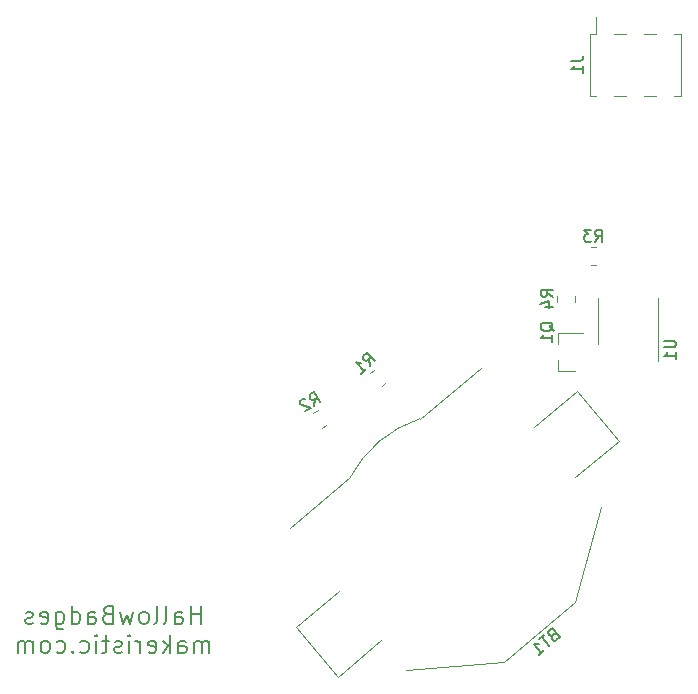
<source format=gbr>
%TF.GenerationSoftware,KiCad,Pcbnew,(5.1.7-0-10_14)*%
%TF.CreationDate,2020-10-21T09:02:29+08:00*%
%TF.ProjectId,HallowBadges,48616c6c-6f77-4426-9164-6765732e6b69,rev?*%
%TF.SameCoordinates,Original*%
%TF.FileFunction,Legend,Bot*%
%TF.FilePolarity,Positive*%
%FSLAX46Y46*%
G04 Gerber Fmt 4.6, Leading zero omitted, Abs format (unit mm)*
G04 Created by KiCad (PCBNEW (5.1.7-0-10_14)) date 2020-10-21 09:02:29*
%MOMM*%
%LPD*%
G01*
G04 APERTURE LIST*
%ADD10C,0.200000*%
%ADD11C,0.120000*%
%ADD12C,0.150000*%
G04 APERTURE END LIST*
D10*
X133992857Y-132053571D02*
X133992857Y-130553571D01*
X133992857Y-131267857D02*
X133135714Y-131267857D01*
X133135714Y-132053571D02*
X133135714Y-130553571D01*
X131778571Y-132053571D02*
X131778571Y-131267857D01*
X131850000Y-131125000D01*
X131992857Y-131053571D01*
X132278571Y-131053571D01*
X132421428Y-131125000D01*
X131778571Y-131982142D02*
X131921428Y-132053571D01*
X132278571Y-132053571D01*
X132421428Y-131982142D01*
X132492857Y-131839285D01*
X132492857Y-131696428D01*
X132421428Y-131553571D01*
X132278571Y-131482142D01*
X131921428Y-131482142D01*
X131778571Y-131410714D01*
X130850000Y-132053571D02*
X130992857Y-131982142D01*
X131064285Y-131839285D01*
X131064285Y-130553571D01*
X130064285Y-132053571D02*
X130207142Y-131982142D01*
X130278571Y-131839285D01*
X130278571Y-130553571D01*
X129278571Y-132053571D02*
X129421428Y-131982142D01*
X129492857Y-131910714D01*
X129564285Y-131767857D01*
X129564285Y-131339285D01*
X129492857Y-131196428D01*
X129421428Y-131125000D01*
X129278571Y-131053571D01*
X129064285Y-131053571D01*
X128921428Y-131125000D01*
X128850000Y-131196428D01*
X128778571Y-131339285D01*
X128778571Y-131767857D01*
X128850000Y-131910714D01*
X128921428Y-131982142D01*
X129064285Y-132053571D01*
X129278571Y-132053571D01*
X128278571Y-131053571D02*
X127992857Y-132053571D01*
X127707142Y-131339285D01*
X127421428Y-132053571D01*
X127135714Y-131053571D01*
X126064285Y-131267857D02*
X125850000Y-131339285D01*
X125778571Y-131410714D01*
X125707142Y-131553571D01*
X125707142Y-131767857D01*
X125778571Y-131910714D01*
X125850000Y-131982142D01*
X125992857Y-132053571D01*
X126564285Y-132053571D01*
X126564285Y-130553571D01*
X126064285Y-130553571D01*
X125921428Y-130625000D01*
X125850000Y-130696428D01*
X125778571Y-130839285D01*
X125778571Y-130982142D01*
X125850000Y-131125000D01*
X125921428Y-131196428D01*
X126064285Y-131267857D01*
X126564285Y-131267857D01*
X124421428Y-132053571D02*
X124421428Y-131267857D01*
X124492857Y-131125000D01*
X124635714Y-131053571D01*
X124921428Y-131053571D01*
X125064285Y-131125000D01*
X124421428Y-131982142D02*
X124564285Y-132053571D01*
X124921428Y-132053571D01*
X125064285Y-131982142D01*
X125135714Y-131839285D01*
X125135714Y-131696428D01*
X125064285Y-131553571D01*
X124921428Y-131482142D01*
X124564285Y-131482142D01*
X124421428Y-131410714D01*
X123064285Y-132053571D02*
X123064285Y-130553571D01*
X123064285Y-131982142D02*
X123207142Y-132053571D01*
X123492857Y-132053571D01*
X123635714Y-131982142D01*
X123707142Y-131910714D01*
X123778571Y-131767857D01*
X123778571Y-131339285D01*
X123707142Y-131196428D01*
X123635714Y-131125000D01*
X123492857Y-131053571D01*
X123207142Y-131053571D01*
X123064285Y-131125000D01*
X121707142Y-131053571D02*
X121707142Y-132267857D01*
X121778571Y-132410714D01*
X121850000Y-132482142D01*
X121992857Y-132553571D01*
X122207142Y-132553571D01*
X122350000Y-132482142D01*
X121707142Y-131982142D02*
X121850000Y-132053571D01*
X122135714Y-132053571D01*
X122278571Y-131982142D01*
X122350000Y-131910714D01*
X122421428Y-131767857D01*
X122421428Y-131339285D01*
X122350000Y-131196428D01*
X122278571Y-131125000D01*
X122135714Y-131053571D01*
X121850000Y-131053571D01*
X121707142Y-131125000D01*
X120421428Y-131982142D02*
X120564285Y-132053571D01*
X120850000Y-132053571D01*
X120992857Y-131982142D01*
X121064285Y-131839285D01*
X121064285Y-131267857D01*
X120992857Y-131125000D01*
X120850000Y-131053571D01*
X120564285Y-131053571D01*
X120421428Y-131125000D01*
X120350000Y-131267857D01*
X120350000Y-131410714D01*
X121064285Y-131553571D01*
X119778571Y-131982142D02*
X119635714Y-132053571D01*
X119350000Y-132053571D01*
X119207142Y-131982142D01*
X119135714Y-131839285D01*
X119135714Y-131767857D01*
X119207142Y-131625000D01*
X119350000Y-131553571D01*
X119564285Y-131553571D01*
X119707142Y-131482142D01*
X119778571Y-131339285D01*
X119778571Y-131267857D01*
X119707142Y-131125000D01*
X119564285Y-131053571D01*
X119350000Y-131053571D01*
X119207142Y-131125000D01*
X134707142Y-134503571D02*
X134707142Y-133503571D01*
X134707142Y-133646428D02*
X134635714Y-133575000D01*
X134492857Y-133503571D01*
X134278571Y-133503571D01*
X134135714Y-133575000D01*
X134064285Y-133717857D01*
X134064285Y-134503571D01*
X134064285Y-133717857D02*
X133992857Y-133575000D01*
X133850000Y-133503571D01*
X133635714Y-133503571D01*
X133492857Y-133575000D01*
X133421428Y-133717857D01*
X133421428Y-134503571D01*
X132064285Y-134503571D02*
X132064285Y-133717857D01*
X132135714Y-133575000D01*
X132278571Y-133503571D01*
X132564285Y-133503571D01*
X132707142Y-133575000D01*
X132064285Y-134432142D02*
X132207142Y-134503571D01*
X132564285Y-134503571D01*
X132707142Y-134432142D01*
X132778571Y-134289285D01*
X132778571Y-134146428D01*
X132707142Y-134003571D01*
X132564285Y-133932142D01*
X132207142Y-133932142D01*
X132064285Y-133860714D01*
X131350000Y-134503571D02*
X131350000Y-133003571D01*
X131207142Y-133932142D02*
X130778571Y-134503571D01*
X130778571Y-133503571D02*
X131350000Y-134075000D01*
X129564285Y-134432142D02*
X129707142Y-134503571D01*
X129992857Y-134503571D01*
X130135714Y-134432142D01*
X130207142Y-134289285D01*
X130207142Y-133717857D01*
X130135714Y-133575000D01*
X129992857Y-133503571D01*
X129707142Y-133503571D01*
X129564285Y-133575000D01*
X129492857Y-133717857D01*
X129492857Y-133860714D01*
X130207142Y-134003571D01*
X128850000Y-134503571D02*
X128850000Y-133503571D01*
X128850000Y-133789285D02*
X128778571Y-133646428D01*
X128707142Y-133575000D01*
X128564285Y-133503571D01*
X128421428Y-133503571D01*
X127921428Y-134503571D02*
X127921428Y-133503571D01*
X127921428Y-133003571D02*
X127992857Y-133075000D01*
X127921428Y-133146428D01*
X127850000Y-133075000D01*
X127921428Y-133003571D01*
X127921428Y-133146428D01*
X127278571Y-134432142D02*
X127135714Y-134503571D01*
X126850000Y-134503571D01*
X126707142Y-134432142D01*
X126635714Y-134289285D01*
X126635714Y-134217857D01*
X126707142Y-134075000D01*
X126850000Y-134003571D01*
X127064285Y-134003571D01*
X127207142Y-133932142D01*
X127278571Y-133789285D01*
X127278571Y-133717857D01*
X127207142Y-133575000D01*
X127064285Y-133503571D01*
X126850000Y-133503571D01*
X126707142Y-133575000D01*
X126207142Y-133503571D02*
X125635714Y-133503571D01*
X125992857Y-133003571D02*
X125992857Y-134289285D01*
X125921428Y-134432142D01*
X125778571Y-134503571D01*
X125635714Y-134503571D01*
X125135714Y-134503571D02*
X125135714Y-133503571D01*
X125135714Y-133003571D02*
X125207142Y-133075000D01*
X125135714Y-133146428D01*
X125064285Y-133075000D01*
X125135714Y-133003571D01*
X125135714Y-133146428D01*
X123778571Y-134432142D02*
X123921428Y-134503571D01*
X124207142Y-134503571D01*
X124350000Y-134432142D01*
X124421428Y-134360714D01*
X124492857Y-134217857D01*
X124492857Y-133789285D01*
X124421428Y-133646428D01*
X124350000Y-133575000D01*
X124207142Y-133503571D01*
X123921428Y-133503571D01*
X123778571Y-133575000D01*
X123135714Y-134360714D02*
X123064285Y-134432142D01*
X123135714Y-134503571D01*
X123207142Y-134432142D01*
X123135714Y-134360714D01*
X123135714Y-134503571D01*
X121778571Y-134432142D02*
X121921428Y-134503571D01*
X122207142Y-134503571D01*
X122350000Y-134432142D01*
X122421428Y-134360714D01*
X122492857Y-134217857D01*
X122492857Y-133789285D01*
X122421428Y-133646428D01*
X122350000Y-133575000D01*
X122207142Y-133503571D01*
X121921428Y-133503571D01*
X121778571Y-133575000D01*
X120921428Y-134503571D02*
X121064285Y-134432142D01*
X121135714Y-134360714D01*
X121207142Y-134217857D01*
X121207142Y-133789285D01*
X121135714Y-133646428D01*
X121064285Y-133575000D01*
X120921428Y-133503571D01*
X120707142Y-133503571D01*
X120564285Y-133575000D01*
X120492857Y-133646428D01*
X120421428Y-133789285D01*
X120421428Y-134217857D01*
X120492857Y-134360714D01*
X120564285Y-134432142D01*
X120707142Y-134503571D01*
X120921428Y-134503571D01*
X119778571Y-134503571D02*
X119778571Y-133503571D01*
X119778571Y-133646428D02*
X119707142Y-133575000D01*
X119564285Y-133503571D01*
X119350000Y-133503571D01*
X119207142Y-133575000D01*
X119135714Y-133717857D01*
X119135714Y-134503571D01*
X119135714Y-133717857D02*
X119064285Y-133575000D01*
X118921428Y-133503571D01*
X118707142Y-133503571D01*
X118564285Y-133575000D01*
X118492857Y-133717857D01*
X118492857Y-134503571D01*
D11*
%TO.C,BT1*%
X167868945Y-122145763D02*
X165706921Y-130225871D01*
X165706921Y-130225871D02*
X159655170Y-135303893D01*
X159655170Y-135303893D02*
X151360687Y-135997836D01*
X157682087Y-110394469D02*
X152549589Y-114701145D01*
X141518549Y-123957287D02*
X146651047Y-119650610D01*
X162174112Y-115436711D02*
X165851125Y-112351330D01*
X165851125Y-112351330D02*
X169386457Y-116564575D01*
X169386457Y-116564575D02*
X165709444Y-119649955D01*
X149239488Y-133469889D02*
X145562475Y-136555270D01*
X145562475Y-136555270D02*
X142027143Y-132342025D01*
X142027143Y-132342025D02*
X145704156Y-129256645D01*
X152545879Y-114702348D02*
G75*
G03*
X146651047Y-119650610I3160921J-9750952D01*
G01*
%TO.C,J1*%
X171541700Y-87353100D02*
X172561700Y-87353100D01*
X171541700Y-82153100D02*
X172561700Y-82153100D01*
X169001700Y-87353100D02*
X170021700Y-87353100D01*
X169001700Y-82153100D02*
X170021700Y-82153100D01*
X174081700Y-87353100D02*
X174651700Y-87353100D01*
X174081700Y-82153100D02*
X174651700Y-82153100D01*
X166911700Y-87353100D02*
X167481700Y-87353100D01*
X166911700Y-82153100D02*
X167481700Y-82153100D01*
X167481700Y-80713100D02*
X167481700Y-82153100D01*
X174651700Y-82153100D02*
X174651700Y-87353100D01*
X166911700Y-82153100D02*
X166911700Y-87353100D01*
%TO.C,Q1*%
X164192400Y-110628200D02*
X165652400Y-110628200D01*
X164192400Y-107468200D02*
X166352400Y-107468200D01*
X164192400Y-107468200D02*
X164192400Y-108398200D01*
X164192400Y-110628200D02*
X164192400Y-109698200D01*
%TO.C,R1*%
X149623652Y-111639576D02*
X149286170Y-111943447D01*
X148640030Y-110547153D02*
X148302548Y-110851024D01*
%TO.C,R2*%
X143890043Y-113987739D02*
X143496757Y-114214803D01*
X144625043Y-115260797D02*
X144231757Y-115487861D01*
%TO.C,R3*%
X166998636Y-100185200D02*
X167452764Y-100185200D01*
X166998636Y-101655200D02*
X167452764Y-101655200D01*
%TO.C,R4*%
X165636600Y-104792164D02*
X165636600Y-104338036D01*
X164166600Y-104792164D02*
X164166600Y-104338036D01*
%TO.C,U1*%
X172694000Y-106406600D02*
X172694000Y-109856600D01*
X172694000Y-106406600D02*
X172694000Y-104456600D01*
X167574000Y-106406600D02*
X167574000Y-108356600D01*
X167574000Y-106406600D02*
X167574000Y-104456600D01*
%TO.C,BT1*%
D12*
X163768478Y-133037535D02*
X163689652Y-133165840D01*
X163683783Y-133232927D01*
X163708522Y-133336493D01*
X163800349Y-133445927D01*
X163898045Y-133488275D01*
X163965133Y-133494145D01*
X164068698Y-133469405D01*
X164360525Y-133224533D01*
X163717737Y-132458489D01*
X163462389Y-132672752D01*
X163420041Y-132770448D01*
X163414172Y-132837535D01*
X163438911Y-132941101D01*
X163500129Y-133014057D01*
X163597825Y-133056405D01*
X163664913Y-133062274D01*
X163768478Y-133037535D01*
X164023826Y-132823272D01*
X163061127Y-133009450D02*
X162623388Y-133376757D01*
X163485045Y-133959148D02*
X162842258Y-133193103D01*
X162609566Y-134693762D02*
X163047306Y-134326455D01*
X162828436Y-134510109D02*
X162185648Y-133744064D01*
X162350432Y-133792281D01*
X162484606Y-133804020D01*
X162588172Y-133779280D01*
%TO.C,J1*%
X165364080Y-84419766D02*
X166078366Y-84419766D01*
X166221223Y-84372147D01*
X166316461Y-84276909D01*
X166364080Y-84134052D01*
X166364080Y-84038814D01*
X166364080Y-85419766D02*
X166364080Y-84848338D01*
X166364080Y-85134052D02*
X165364080Y-85134052D01*
X165506938Y-85038814D01*
X165602176Y-84943576D01*
X165649795Y-84848338D01*
%TO.C,Q1*%
X163849019Y-107289261D02*
X163801400Y-107194023D01*
X163706161Y-107098785D01*
X163563304Y-106955928D01*
X163515685Y-106860690D01*
X163515685Y-106765452D01*
X163753780Y-106813071D02*
X163706161Y-106717833D01*
X163610923Y-106622595D01*
X163420447Y-106574976D01*
X163087114Y-106574976D01*
X162896638Y-106622595D01*
X162801400Y-106717833D01*
X162753780Y-106813071D01*
X162753780Y-107003547D01*
X162801400Y-107098785D01*
X162896638Y-107194023D01*
X163087114Y-107241642D01*
X163420447Y-107241642D01*
X163610923Y-107194023D01*
X163706161Y-107098785D01*
X163753780Y-107003547D01*
X163753780Y-106813071D01*
X163753780Y-108194023D02*
X163753780Y-107622595D01*
X163753780Y-107908309D02*
X162753780Y-107908309D01*
X162896638Y-107813071D01*
X162991876Y-107717833D01*
X163039495Y-107622595D01*
%TO.C,R1*%
X148285593Y-110243773D02*
X148214674Y-109666851D01*
X148710247Y-109861413D02*
X148041116Y-109118268D01*
X147758014Y-109373175D01*
X147719101Y-109472290D01*
X147715577Y-109539541D01*
X147743916Y-109642180D01*
X147839506Y-109748343D01*
X147938620Y-109787256D01*
X148005872Y-109790780D01*
X148108511Y-109762441D01*
X148391613Y-109507534D01*
X147577836Y-110881041D02*
X148002490Y-110498680D01*
X147790163Y-110689860D02*
X147121032Y-109946716D01*
X147287398Y-109989152D01*
X147421901Y-109996201D01*
X147524540Y-109967862D01*
%TO.C,R2*%
X143606428Y-113617298D02*
X143657007Y-113038238D01*
X144101299Y-113331583D02*
X143601299Y-112465558D01*
X143271385Y-112656034D01*
X143212716Y-112744892D01*
X143195286Y-112809941D01*
X143201666Y-112916229D01*
X143273094Y-113039947D01*
X143361953Y-113098616D01*
X143427001Y-113116046D01*
X143533290Y-113109666D01*
X143863204Y-112919190D01*
X142824132Y-113024227D02*
X142759083Y-113006797D01*
X142652795Y-113013177D01*
X142446599Y-113132225D01*
X142387930Y-113221083D01*
X142370500Y-113286132D01*
X142376880Y-113392420D01*
X142424499Y-113474898D01*
X142537166Y-113574807D01*
X143317752Y-113783964D01*
X142781641Y-114093488D01*
%TO.C,R3*%
X167392366Y-99721580D02*
X167725700Y-99245390D01*
X167963795Y-99721580D02*
X167963795Y-98721580D01*
X167582842Y-98721580D01*
X167487604Y-98769200D01*
X167439985Y-98816819D01*
X167392366Y-98912057D01*
X167392366Y-99054914D01*
X167439985Y-99150152D01*
X167487604Y-99197771D01*
X167582842Y-99245390D01*
X167963795Y-99245390D01*
X167059033Y-98721580D02*
X166439985Y-98721580D01*
X166773319Y-99102533D01*
X166630461Y-99102533D01*
X166535223Y-99150152D01*
X166487604Y-99197771D01*
X166439985Y-99293009D01*
X166439985Y-99531104D01*
X166487604Y-99626342D01*
X166535223Y-99673961D01*
X166630461Y-99721580D01*
X166916176Y-99721580D01*
X167011414Y-99673961D01*
X167059033Y-99626342D01*
%TO.C,R4*%
X163779180Y-104360333D02*
X163302990Y-104027000D01*
X163779180Y-103788904D02*
X162779180Y-103788904D01*
X162779180Y-104169857D01*
X162826800Y-104265095D01*
X162874419Y-104312714D01*
X162969657Y-104360333D01*
X163112514Y-104360333D01*
X163207752Y-104312714D01*
X163255371Y-104265095D01*
X163302990Y-104169857D01*
X163302990Y-103788904D01*
X163112514Y-105217476D02*
X163779180Y-105217476D01*
X162731561Y-104979380D02*
X163445847Y-104741285D01*
X163445847Y-105360333D01*
%TO.C,U1*%
X173205880Y-108095795D02*
X174015404Y-108095795D01*
X174110642Y-108143414D01*
X174158261Y-108191033D01*
X174205880Y-108286271D01*
X174205880Y-108476747D01*
X174158261Y-108571985D01*
X174110642Y-108619604D01*
X174015404Y-108667223D01*
X173205880Y-108667223D01*
X174205880Y-109667223D02*
X174205880Y-109095795D01*
X174205880Y-109381509D02*
X173205880Y-109381509D01*
X173348738Y-109286271D01*
X173443976Y-109191033D01*
X173491595Y-109095795D01*
%TD*%
M02*

</source>
